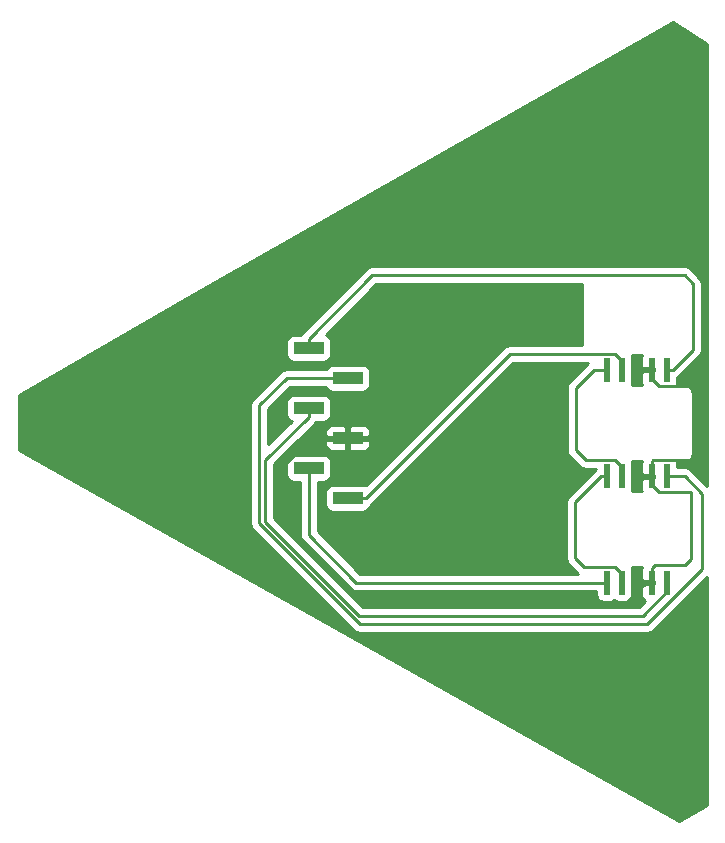
<source format=gbr>
G04 #@! TF.FileFunction,Copper,L2,Bot,Signal*
%FSLAX46Y46*%
G04 Gerber Fmt 4.6, Leading zero omitted, Abs format (unit mm)*
G04 Created by KiCad (PCBNEW 4.0.7-e2-6376~58~ubuntu14.04.1) date Sat Jul 14 10:26:38 2018*
%MOMM*%
%LPD*%
G01*
G04 APERTURE LIST*
%ADD10C,0.100000*%
%ADD11R,0.500000X2.000000*%
%ADD12R,2.510000X1.000000*%
%ADD13C,0.250000*%
%ADD14C,0.254000*%
G04 APERTURE END LIST*
D10*
D11*
X105500000Y-107000000D03*
X104230000Y-107000000D03*
X101690000Y-107000000D03*
X100420000Y-107000000D03*
X105500000Y-116000000D03*
X104230000Y-116000000D03*
X101690000Y-116000000D03*
X100420000Y-116000000D03*
X105500000Y-98000000D03*
X104230000Y-98000000D03*
X101690000Y-98000000D03*
X100420000Y-98000000D03*
D12*
X75170000Y-106310000D03*
X75170000Y-101230000D03*
X75170000Y-96150000D03*
X78480000Y-108850000D03*
X78480000Y-103770000D03*
X78480000Y-98690000D03*
D13*
X101690000Y-98000000D02*
X101690000Y-97250000D01*
X101690000Y-97250000D02*
X101084019Y-96644019D01*
X101084019Y-96644019D02*
X92190981Y-96644019D01*
X92190981Y-96644019D02*
X79985000Y-108850000D01*
X79985000Y-108850000D02*
X78480000Y-108850000D01*
X75170000Y-106310000D02*
X75170000Y-111967314D01*
X75170000Y-111967314D02*
X79202686Y-116000000D01*
X79202686Y-116000000D02*
X99920000Y-116000000D01*
X99920000Y-116000000D02*
X100420000Y-116000000D01*
X75170000Y-106310000D02*
X75388337Y-106091663D01*
X103730000Y-116000000D02*
X104230000Y-116000000D01*
X101730000Y-118000000D02*
X103730000Y-116000000D01*
X80192316Y-118000000D02*
X101730000Y-118000000D01*
X72500000Y-110307684D02*
X80192316Y-118000000D01*
X72500000Y-106639998D02*
X72500000Y-110307684D01*
X75369998Y-103770000D02*
X72500000Y-106639998D01*
X78480000Y-103770000D02*
X75369998Y-103770000D01*
X104230000Y-107000000D02*
X104230000Y-105750000D01*
X104230000Y-105750000D02*
X104321117Y-105658883D01*
X108000000Y-105098459D02*
X108000000Y-99367411D01*
X108000000Y-99367411D02*
X104847411Y-99367411D01*
X104321117Y-105658883D02*
X107439576Y-105658883D01*
X107439576Y-105658883D02*
X108000000Y-105098459D01*
X104847411Y-99367411D02*
X104230000Y-98750000D01*
X104230000Y-98750000D02*
X104230000Y-98000000D01*
X104230000Y-116000000D02*
X104230000Y-114750000D01*
X107500000Y-114000000D02*
X107500000Y-108367711D01*
X104847711Y-108367711D02*
X104230000Y-107750000D01*
X104230000Y-107750000D02*
X104230000Y-107000000D01*
X104230000Y-114750000D02*
X104480000Y-114500000D01*
X104480000Y-114500000D02*
X107000000Y-114500000D01*
X107000000Y-114500000D02*
X107500000Y-114000000D01*
X107500000Y-108367711D02*
X104847711Y-108367711D01*
X78480000Y-103770000D02*
X79235000Y-103770000D01*
X105500000Y-116000000D02*
X105500000Y-116750000D01*
X105500000Y-116750000D02*
X103444793Y-118805207D01*
X103444793Y-118805207D02*
X79441617Y-118805207D01*
X79441617Y-118805207D02*
X71500000Y-110863590D01*
X71500000Y-110863590D02*
X71500000Y-105650000D01*
X71500000Y-105650000D02*
X75170000Y-101980000D01*
X75170000Y-101980000D02*
X75170000Y-101230000D01*
X75170000Y-101230000D02*
X75157430Y-101242570D01*
X75157430Y-101242570D02*
X75157430Y-101253656D01*
X78480000Y-98690000D02*
X73310000Y-98690000D01*
X73310000Y-98690000D02*
X71000000Y-101000000D01*
X71000000Y-101000000D02*
X71000000Y-111000000D01*
X71000000Y-111000000D02*
X79500000Y-119500000D01*
X79500000Y-119500000D02*
X103835002Y-119500000D01*
X103835002Y-119500000D02*
X108500000Y-114835002D01*
X107000000Y-107000000D02*
X106000000Y-107000000D01*
X106000000Y-107000000D02*
X105500000Y-107000000D01*
X108500000Y-114835002D02*
X108500000Y-108500000D01*
X108500000Y-108500000D02*
X107000000Y-107000000D01*
X75170000Y-96150000D02*
X75170000Y-95400000D01*
X75170000Y-95400000D02*
X80570000Y-90000000D01*
X107716285Y-96283715D02*
X106000000Y-98000000D01*
X106000000Y-98000000D02*
X105500000Y-98000000D01*
X80570000Y-90000000D02*
X107000000Y-90000000D01*
X107000000Y-90000000D02*
X107716285Y-90716285D01*
X107716285Y-90716285D02*
X107716285Y-96283715D01*
X101690000Y-107000000D02*
X101690000Y-106250000D01*
X101690000Y-106250000D02*
X101069755Y-105629755D01*
X97767094Y-99526566D02*
X99293660Y-98000000D01*
X101069755Y-105629755D02*
X98629755Y-105629755D01*
X98629755Y-105629755D02*
X97767094Y-104767094D01*
X97767094Y-104767094D02*
X97767094Y-99526566D01*
X99293660Y-98000000D02*
X100420000Y-98000000D01*
X100420000Y-107000000D02*
X99920000Y-107000000D01*
X99920000Y-107000000D02*
X97746748Y-109173252D01*
X97746748Y-109173252D02*
X97746748Y-113961187D01*
X97746748Y-113961187D02*
X98452176Y-114666615D01*
X101690000Y-115250000D02*
X101690000Y-116000000D01*
X98452176Y-114666615D02*
X101106615Y-114666615D01*
X101106615Y-114666615D02*
X101690000Y-115250000D01*
D14*
G36*
X108873000Y-70443523D02*
X108873000Y-107798198D01*
X107537401Y-106462599D01*
X107290839Y-106297852D01*
X107000000Y-106240000D01*
X106397440Y-106240000D01*
X106397440Y-106000000D01*
X106353162Y-105764683D01*
X106317974Y-105710000D01*
X107000000Y-105710000D01*
X107271705Y-105655954D01*
X107502046Y-105502046D01*
X107655954Y-105271705D01*
X107710000Y-105000000D01*
X107710000Y-100000000D01*
X107655954Y-99728295D01*
X107502046Y-99497954D01*
X107271705Y-99344046D01*
X107000000Y-99290000D01*
X106320392Y-99290000D01*
X106346431Y-99251890D01*
X106397440Y-99000000D01*
X106397440Y-98630920D01*
X106537401Y-98537401D01*
X108253686Y-96821116D01*
X108418433Y-96574554D01*
X108476285Y-96283715D01*
X108476285Y-90716285D01*
X108418433Y-90425446D01*
X108253686Y-90178884D01*
X107537401Y-89462599D01*
X107290839Y-89297852D01*
X107000000Y-89240000D01*
X80570000Y-89240000D01*
X80279160Y-89297852D01*
X80032599Y-89462599D01*
X74632599Y-94862599D01*
X74539080Y-95002560D01*
X73915000Y-95002560D01*
X73679683Y-95046838D01*
X73463559Y-95185910D01*
X73318569Y-95398110D01*
X73267560Y-95650000D01*
X73267560Y-96650000D01*
X73311838Y-96885317D01*
X73450910Y-97101441D01*
X73663110Y-97246431D01*
X73915000Y-97297440D01*
X76425000Y-97297440D01*
X76660317Y-97253162D01*
X76876441Y-97114090D01*
X77021431Y-96901890D01*
X77072440Y-96650000D01*
X77072440Y-95650000D01*
X77028162Y-95414683D01*
X76889090Y-95198559D01*
X76676890Y-95053569D01*
X76605658Y-95039144D01*
X80884802Y-90760000D01*
X98337739Y-90760000D01*
X98290000Y-91000000D01*
X98290000Y-95884019D01*
X92190981Y-95884019D01*
X91900142Y-95941871D01*
X91653580Y-96106618D01*
X79998617Y-107761581D01*
X79986890Y-107753569D01*
X79735000Y-107702560D01*
X77225000Y-107702560D01*
X76989683Y-107746838D01*
X76773559Y-107885910D01*
X76628569Y-108098110D01*
X76577560Y-108350000D01*
X76577560Y-109350000D01*
X76621838Y-109585317D01*
X76760910Y-109801441D01*
X76973110Y-109946431D01*
X77225000Y-109997440D01*
X79735000Y-109997440D01*
X79970317Y-109953162D01*
X80186441Y-109814090D01*
X80331431Y-109601890D01*
X80351779Y-109501406D01*
X80522401Y-109387401D01*
X92505783Y-97404019D01*
X98843930Y-97404019D01*
X98756259Y-97462599D01*
X97229693Y-98989165D01*
X97064946Y-99235727D01*
X97007094Y-99526566D01*
X97007094Y-104767094D01*
X97064946Y-105057933D01*
X97229693Y-105304495D01*
X98092354Y-106167156D01*
X98338916Y-106331903D01*
X98629755Y-106389755D01*
X99491618Y-106389755D01*
X99382599Y-106462599D01*
X97209347Y-108635851D01*
X97044600Y-108882413D01*
X96986748Y-109173252D01*
X96986748Y-113961187D01*
X97044600Y-114252026D01*
X97209347Y-114498588D01*
X97914775Y-115204016D01*
X97968629Y-115240000D01*
X79517488Y-115240000D01*
X75930000Y-111652512D01*
X75930000Y-107457440D01*
X76425000Y-107457440D01*
X76660317Y-107413162D01*
X76876441Y-107274090D01*
X77021431Y-107061890D01*
X77072440Y-106810000D01*
X77072440Y-105810000D01*
X77028162Y-105574683D01*
X76889090Y-105358559D01*
X76676890Y-105213569D01*
X76425000Y-105162560D01*
X73915000Y-105162560D01*
X73679683Y-105206838D01*
X73463559Y-105345910D01*
X73318569Y-105558110D01*
X73267560Y-105810000D01*
X73267560Y-106810000D01*
X73311838Y-107045317D01*
X73450910Y-107261441D01*
X73663110Y-107406431D01*
X73915000Y-107457440D01*
X74410000Y-107457440D01*
X74410000Y-111967314D01*
X74467852Y-112258153D01*
X74632599Y-112504715D01*
X78665285Y-116537401D01*
X78911846Y-116702148D01*
X79202686Y-116760000D01*
X99522560Y-116760000D01*
X99522560Y-117000000D01*
X99566838Y-117235317D01*
X99705910Y-117451441D01*
X99918110Y-117596431D01*
X100170000Y-117647440D01*
X100670000Y-117647440D01*
X100905317Y-117603162D01*
X101056027Y-117506183D01*
X101188110Y-117596431D01*
X101440000Y-117647440D01*
X101940000Y-117647440D01*
X102175317Y-117603162D01*
X102391441Y-117464090D01*
X102536431Y-117251890D01*
X102587440Y-117000000D01*
X102587440Y-115000000D01*
X102543162Y-114764683D01*
X102507974Y-114710000D01*
X103412803Y-114710000D01*
X103345000Y-114873690D01*
X103345000Y-115714250D01*
X103503750Y-115873000D01*
X104105000Y-115873000D01*
X104105000Y-115853000D01*
X104355000Y-115853000D01*
X104355000Y-115873000D01*
X104377000Y-115873000D01*
X104377000Y-116127000D01*
X104355000Y-116127000D01*
X104355000Y-116147000D01*
X104105000Y-116147000D01*
X104105000Y-116127000D01*
X103503750Y-116127000D01*
X103345000Y-116285750D01*
X103345000Y-117126310D01*
X103441673Y-117359699D01*
X103620302Y-117538327D01*
X103632018Y-117543180D01*
X103129991Y-118045207D01*
X79756419Y-118045207D01*
X72260000Y-110548788D01*
X72260000Y-105964802D01*
X74169052Y-104055750D01*
X76590000Y-104055750D01*
X76590000Y-104396310D01*
X76686673Y-104629699D01*
X76865302Y-104808327D01*
X77098691Y-104905000D01*
X78194250Y-104905000D01*
X78353000Y-104746250D01*
X78353000Y-103897000D01*
X78607000Y-103897000D01*
X78607000Y-104746250D01*
X78765750Y-104905000D01*
X79861309Y-104905000D01*
X80094698Y-104808327D01*
X80273327Y-104629699D01*
X80370000Y-104396310D01*
X80370000Y-104055750D01*
X80211250Y-103897000D01*
X78607000Y-103897000D01*
X78353000Y-103897000D01*
X76748750Y-103897000D01*
X76590000Y-104055750D01*
X74169052Y-104055750D01*
X75081112Y-103143690D01*
X76590000Y-103143690D01*
X76590000Y-103484250D01*
X76748750Y-103643000D01*
X78353000Y-103643000D01*
X78353000Y-102793750D01*
X78607000Y-102793750D01*
X78607000Y-103643000D01*
X80211250Y-103643000D01*
X80370000Y-103484250D01*
X80370000Y-103143690D01*
X80273327Y-102910301D01*
X80094698Y-102731673D01*
X79861309Y-102635000D01*
X78765750Y-102635000D01*
X78607000Y-102793750D01*
X78353000Y-102793750D01*
X78194250Y-102635000D01*
X77098691Y-102635000D01*
X76865302Y-102731673D01*
X76686673Y-102910301D01*
X76590000Y-103143690D01*
X75081112Y-103143690D01*
X75707401Y-102517401D01*
X75800920Y-102377440D01*
X76425000Y-102377440D01*
X76660317Y-102333162D01*
X76876441Y-102194090D01*
X77021431Y-101981890D01*
X77072440Y-101730000D01*
X77072440Y-100730000D01*
X77028162Y-100494683D01*
X76889090Y-100278559D01*
X76676890Y-100133569D01*
X76425000Y-100082560D01*
X73915000Y-100082560D01*
X73679683Y-100126838D01*
X73463559Y-100265910D01*
X73318569Y-100478110D01*
X73267560Y-100730000D01*
X73267560Y-101730000D01*
X73311838Y-101965317D01*
X73450910Y-102181441D01*
X73663110Y-102326431D01*
X73734342Y-102340856D01*
X71760000Y-104315198D01*
X71760000Y-101314802D01*
X73624802Y-99450000D01*
X76637721Y-99450000D01*
X76760910Y-99641441D01*
X76973110Y-99786431D01*
X77225000Y-99837440D01*
X79735000Y-99837440D01*
X79970317Y-99793162D01*
X80186441Y-99654090D01*
X80331431Y-99441890D01*
X80382440Y-99190000D01*
X80382440Y-98190000D01*
X80338162Y-97954683D01*
X80199090Y-97738559D01*
X79986890Y-97593569D01*
X79735000Y-97542560D01*
X77225000Y-97542560D01*
X76989683Y-97586838D01*
X76773559Y-97725910D01*
X76634110Y-97930000D01*
X73310000Y-97930000D01*
X73019160Y-97987852D01*
X72772599Y-98152599D01*
X70462599Y-100462599D01*
X70297852Y-100709161D01*
X70240000Y-101000000D01*
X70240000Y-111000000D01*
X70297852Y-111290839D01*
X70462599Y-111537401D01*
X78962599Y-120037401D01*
X79209160Y-120202148D01*
X79500000Y-120260000D01*
X103835002Y-120260000D01*
X104125841Y-120202148D01*
X104372403Y-120037401D01*
X108873000Y-115536804D01*
X108873000Y-134803648D01*
X106497941Y-136228684D01*
X50627000Y-104801280D01*
X50627000Y-100098855D01*
X65893810Y-91284558D01*
X105994649Y-68524622D01*
X108873000Y-70443523D01*
X108873000Y-70443523D01*
G37*
X108873000Y-70443523D02*
X108873000Y-107798198D01*
X107537401Y-106462599D01*
X107290839Y-106297852D01*
X107000000Y-106240000D01*
X106397440Y-106240000D01*
X106397440Y-106000000D01*
X106353162Y-105764683D01*
X106317974Y-105710000D01*
X107000000Y-105710000D01*
X107271705Y-105655954D01*
X107502046Y-105502046D01*
X107655954Y-105271705D01*
X107710000Y-105000000D01*
X107710000Y-100000000D01*
X107655954Y-99728295D01*
X107502046Y-99497954D01*
X107271705Y-99344046D01*
X107000000Y-99290000D01*
X106320392Y-99290000D01*
X106346431Y-99251890D01*
X106397440Y-99000000D01*
X106397440Y-98630920D01*
X106537401Y-98537401D01*
X108253686Y-96821116D01*
X108418433Y-96574554D01*
X108476285Y-96283715D01*
X108476285Y-90716285D01*
X108418433Y-90425446D01*
X108253686Y-90178884D01*
X107537401Y-89462599D01*
X107290839Y-89297852D01*
X107000000Y-89240000D01*
X80570000Y-89240000D01*
X80279160Y-89297852D01*
X80032599Y-89462599D01*
X74632599Y-94862599D01*
X74539080Y-95002560D01*
X73915000Y-95002560D01*
X73679683Y-95046838D01*
X73463559Y-95185910D01*
X73318569Y-95398110D01*
X73267560Y-95650000D01*
X73267560Y-96650000D01*
X73311838Y-96885317D01*
X73450910Y-97101441D01*
X73663110Y-97246431D01*
X73915000Y-97297440D01*
X76425000Y-97297440D01*
X76660317Y-97253162D01*
X76876441Y-97114090D01*
X77021431Y-96901890D01*
X77072440Y-96650000D01*
X77072440Y-95650000D01*
X77028162Y-95414683D01*
X76889090Y-95198559D01*
X76676890Y-95053569D01*
X76605658Y-95039144D01*
X80884802Y-90760000D01*
X98337739Y-90760000D01*
X98290000Y-91000000D01*
X98290000Y-95884019D01*
X92190981Y-95884019D01*
X91900142Y-95941871D01*
X91653580Y-96106618D01*
X79998617Y-107761581D01*
X79986890Y-107753569D01*
X79735000Y-107702560D01*
X77225000Y-107702560D01*
X76989683Y-107746838D01*
X76773559Y-107885910D01*
X76628569Y-108098110D01*
X76577560Y-108350000D01*
X76577560Y-109350000D01*
X76621838Y-109585317D01*
X76760910Y-109801441D01*
X76973110Y-109946431D01*
X77225000Y-109997440D01*
X79735000Y-109997440D01*
X79970317Y-109953162D01*
X80186441Y-109814090D01*
X80331431Y-109601890D01*
X80351779Y-109501406D01*
X80522401Y-109387401D01*
X92505783Y-97404019D01*
X98843930Y-97404019D01*
X98756259Y-97462599D01*
X97229693Y-98989165D01*
X97064946Y-99235727D01*
X97007094Y-99526566D01*
X97007094Y-104767094D01*
X97064946Y-105057933D01*
X97229693Y-105304495D01*
X98092354Y-106167156D01*
X98338916Y-106331903D01*
X98629755Y-106389755D01*
X99491618Y-106389755D01*
X99382599Y-106462599D01*
X97209347Y-108635851D01*
X97044600Y-108882413D01*
X96986748Y-109173252D01*
X96986748Y-113961187D01*
X97044600Y-114252026D01*
X97209347Y-114498588D01*
X97914775Y-115204016D01*
X97968629Y-115240000D01*
X79517488Y-115240000D01*
X75930000Y-111652512D01*
X75930000Y-107457440D01*
X76425000Y-107457440D01*
X76660317Y-107413162D01*
X76876441Y-107274090D01*
X77021431Y-107061890D01*
X77072440Y-106810000D01*
X77072440Y-105810000D01*
X77028162Y-105574683D01*
X76889090Y-105358559D01*
X76676890Y-105213569D01*
X76425000Y-105162560D01*
X73915000Y-105162560D01*
X73679683Y-105206838D01*
X73463559Y-105345910D01*
X73318569Y-105558110D01*
X73267560Y-105810000D01*
X73267560Y-106810000D01*
X73311838Y-107045317D01*
X73450910Y-107261441D01*
X73663110Y-107406431D01*
X73915000Y-107457440D01*
X74410000Y-107457440D01*
X74410000Y-111967314D01*
X74467852Y-112258153D01*
X74632599Y-112504715D01*
X78665285Y-116537401D01*
X78911846Y-116702148D01*
X79202686Y-116760000D01*
X99522560Y-116760000D01*
X99522560Y-117000000D01*
X99566838Y-117235317D01*
X99705910Y-117451441D01*
X99918110Y-117596431D01*
X100170000Y-117647440D01*
X100670000Y-117647440D01*
X100905317Y-117603162D01*
X101056027Y-117506183D01*
X101188110Y-117596431D01*
X101440000Y-117647440D01*
X101940000Y-117647440D01*
X102175317Y-117603162D01*
X102391441Y-117464090D01*
X102536431Y-117251890D01*
X102587440Y-117000000D01*
X102587440Y-115000000D01*
X102543162Y-114764683D01*
X102507974Y-114710000D01*
X103412803Y-114710000D01*
X103345000Y-114873690D01*
X103345000Y-115714250D01*
X103503750Y-115873000D01*
X104105000Y-115873000D01*
X104105000Y-115853000D01*
X104355000Y-115853000D01*
X104355000Y-115873000D01*
X104377000Y-115873000D01*
X104377000Y-116127000D01*
X104355000Y-116127000D01*
X104355000Y-116147000D01*
X104105000Y-116147000D01*
X104105000Y-116127000D01*
X103503750Y-116127000D01*
X103345000Y-116285750D01*
X103345000Y-117126310D01*
X103441673Y-117359699D01*
X103620302Y-117538327D01*
X103632018Y-117543180D01*
X103129991Y-118045207D01*
X79756419Y-118045207D01*
X72260000Y-110548788D01*
X72260000Y-105964802D01*
X74169052Y-104055750D01*
X76590000Y-104055750D01*
X76590000Y-104396310D01*
X76686673Y-104629699D01*
X76865302Y-104808327D01*
X77098691Y-104905000D01*
X78194250Y-104905000D01*
X78353000Y-104746250D01*
X78353000Y-103897000D01*
X78607000Y-103897000D01*
X78607000Y-104746250D01*
X78765750Y-104905000D01*
X79861309Y-104905000D01*
X80094698Y-104808327D01*
X80273327Y-104629699D01*
X80370000Y-104396310D01*
X80370000Y-104055750D01*
X80211250Y-103897000D01*
X78607000Y-103897000D01*
X78353000Y-103897000D01*
X76748750Y-103897000D01*
X76590000Y-104055750D01*
X74169052Y-104055750D01*
X75081112Y-103143690D01*
X76590000Y-103143690D01*
X76590000Y-103484250D01*
X76748750Y-103643000D01*
X78353000Y-103643000D01*
X78353000Y-102793750D01*
X78607000Y-102793750D01*
X78607000Y-103643000D01*
X80211250Y-103643000D01*
X80370000Y-103484250D01*
X80370000Y-103143690D01*
X80273327Y-102910301D01*
X80094698Y-102731673D01*
X79861309Y-102635000D01*
X78765750Y-102635000D01*
X78607000Y-102793750D01*
X78353000Y-102793750D01*
X78194250Y-102635000D01*
X77098691Y-102635000D01*
X76865302Y-102731673D01*
X76686673Y-102910301D01*
X76590000Y-103143690D01*
X75081112Y-103143690D01*
X75707401Y-102517401D01*
X75800920Y-102377440D01*
X76425000Y-102377440D01*
X76660317Y-102333162D01*
X76876441Y-102194090D01*
X77021431Y-101981890D01*
X77072440Y-101730000D01*
X77072440Y-100730000D01*
X77028162Y-100494683D01*
X76889090Y-100278559D01*
X76676890Y-100133569D01*
X76425000Y-100082560D01*
X73915000Y-100082560D01*
X73679683Y-100126838D01*
X73463559Y-100265910D01*
X73318569Y-100478110D01*
X73267560Y-100730000D01*
X73267560Y-101730000D01*
X73311838Y-101965317D01*
X73450910Y-102181441D01*
X73663110Y-102326431D01*
X73734342Y-102340856D01*
X71760000Y-104315198D01*
X71760000Y-101314802D01*
X73624802Y-99450000D01*
X76637721Y-99450000D01*
X76760910Y-99641441D01*
X76973110Y-99786431D01*
X77225000Y-99837440D01*
X79735000Y-99837440D01*
X79970317Y-99793162D01*
X80186441Y-99654090D01*
X80331431Y-99441890D01*
X80382440Y-99190000D01*
X80382440Y-98190000D01*
X80338162Y-97954683D01*
X80199090Y-97738559D01*
X79986890Y-97593569D01*
X79735000Y-97542560D01*
X77225000Y-97542560D01*
X76989683Y-97586838D01*
X76773559Y-97725910D01*
X76634110Y-97930000D01*
X73310000Y-97930000D01*
X73019160Y-97987852D01*
X72772599Y-98152599D01*
X70462599Y-100462599D01*
X70297852Y-100709161D01*
X70240000Y-101000000D01*
X70240000Y-111000000D01*
X70297852Y-111290839D01*
X70462599Y-111537401D01*
X78962599Y-120037401D01*
X79209160Y-120202148D01*
X79500000Y-120260000D01*
X103835002Y-120260000D01*
X104125841Y-120202148D01*
X104372403Y-120037401D01*
X108873000Y-115536804D01*
X108873000Y-134803648D01*
X106497941Y-136228684D01*
X50627000Y-104801280D01*
X50627000Y-100098855D01*
X65893810Y-91284558D01*
X105994649Y-68524622D01*
X108873000Y-70443523D01*
G36*
X103345000Y-105873690D02*
X103345000Y-106714250D01*
X103503750Y-106873000D01*
X104105000Y-106873000D01*
X104105000Y-106853000D01*
X104355000Y-106853000D01*
X104355000Y-106873000D01*
X104377000Y-106873000D01*
X104377000Y-107127000D01*
X104355000Y-107127000D01*
X104355000Y-107147000D01*
X104105000Y-107147000D01*
X104105000Y-107127000D01*
X103503750Y-107127000D01*
X103345000Y-107285750D01*
X103345000Y-108126310D01*
X103412803Y-108290000D01*
X102510392Y-108290000D01*
X102536431Y-108251890D01*
X102587440Y-108000000D01*
X102587440Y-106000000D01*
X102543162Y-105764683D01*
X102507974Y-105710000D01*
X103412803Y-105710000D01*
X103345000Y-105873690D01*
X103345000Y-105873690D01*
G37*
X103345000Y-105873690D02*
X103345000Y-106714250D01*
X103503750Y-106873000D01*
X104105000Y-106873000D01*
X104105000Y-106853000D01*
X104355000Y-106853000D01*
X104355000Y-106873000D01*
X104377000Y-106873000D01*
X104377000Y-107127000D01*
X104355000Y-107127000D01*
X104355000Y-107147000D01*
X104105000Y-107147000D01*
X104105000Y-107127000D01*
X103503750Y-107127000D01*
X103345000Y-107285750D01*
X103345000Y-108126310D01*
X103412803Y-108290000D01*
X102510392Y-108290000D01*
X102536431Y-108251890D01*
X102587440Y-108000000D01*
X102587440Y-106000000D01*
X102543162Y-105764683D01*
X102507974Y-105710000D01*
X103412803Y-105710000D01*
X103345000Y-105873690D01*
G36*
X103345000Y-96873690D02*
X103345000Y-97714250D01*
X103503750Y-97873000D01*
X104105000Y-97873000D01*
X104105000Y-97853000D01*
X104355000Y-97853000D01*
X104355000Y-97873000D01*
X104377000Y-97873000D01*
X104377000Y-98127000D01*
X104355000Y-98127000D01*
X104355000Y-98147000D01*
X104105000Y-98147000D01*
X104105000Y-98127000D01*
X103503750Y-98127000D01*
X103345000Y-98285750D01*
X103345000Y-99126310D01*
X103412803Y-99290000D01*
X102510392Y-99290000D01*
X102536431Y-99251890D01*
X102587440Y-99000000D01*
X102587440Y-97000000D01*
X102543162Y-96764683D01*
X102507974Y-96710000D01*
X103412803Y-96710000D01*
X103345000Y-96873690D01*
X103345000Y-96873690D01*
G37*
X103345000Y-96873690D02*
X103345000Y-97714250D01*
X103503750Y-97873000D01*
X104105000Y-97873000D01*
X104105000Y-97853000D01*
X104355000Y-97853000D01*
X104355000Y-97873000D01*
X104377000Y-97873000D01*
X104377000Y-98127000D01*
X104355000Y-98127000D01*
X104355000Y-98147000D01*
X104105000Y-98147000D01*
X104105000Y-98127000D01*
X103503750Y-98127000D01*
X103345000Y-98285750D01*
X103345000Y-99126310D01*
X103412803Y-99290000D01*
X102510392Y-99290000D01*
X102536431Y-99251890D01*
X102587440Y-99000000D01*
X102587440Y-97000000D01*
X102543162Y-96764683D01*
X102507974Y-96710000D01*
X103412803Y-96710000D01*
X103345000Y-96873690D01*
M02*

</source>
